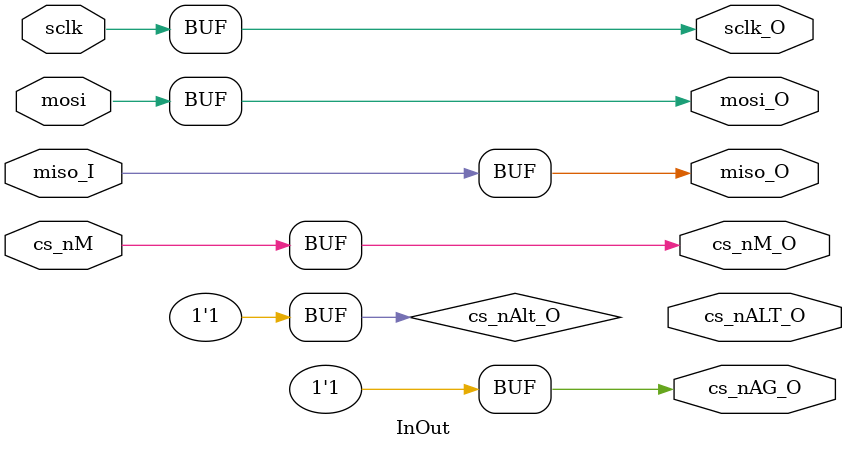
<source format=v>
`timescale 1ns / 1ps

module InOut(
    // to PS Interface
    output miso_O,
    input sclk,
    input mosi,
    input cs_nM,
    // to IMU Module
    output sclk_O,
    output mosi_O,
    output cs_nAG_O,
    output cs_nALT_O,
    output cs_nM_O,
    input miso_I
    );
    
    // PL only ports
    assign cs_nAlt_O = 1'b1;
    assign cs_nAG_O = 1'b1;
    // to PS from PL
    assign miso_O = miso_I;
    // to PL from PS
    assign sclk_O = sclk;
    assign mosi_O = mosi;
    assign cs_nM_O = cs_nM;
    
endmodule

</source>
